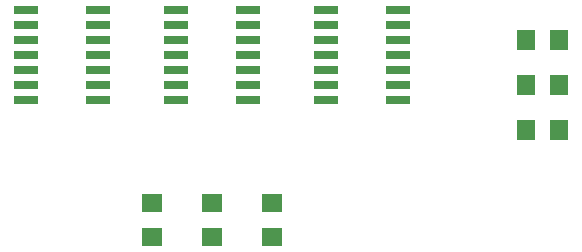
<source format=gtp>
G75*
G70*
%OFA0B0*%
%FSLAX24Y24*%
%IPPOS*%
%LPD*%
%AMOC8*
5,1,8,0,0,1.08239X$1,22.5*
%
%ADD10R,0.0800X0.0260*%
%ADD11R,0.0630X0.0709*%
%ADD12R,0.0709X0.0630*%
D10*
X012891Y006105D03*
X012891Y006605D03*
X012891Y007105D03*
X012891Y007605D03*
X012891Y008105D03*
X012891Y008605D03*
X012891Y009105D03*
X015311Y009105D03*
X015311Y008605D03*
X015311Y008105D03*
X015311Y007605D03*
X015311Y007105D03*
X015311Y006605D03*
X015311Y006105D03*
X017891Y006105D03*
X017891Y006605D03*
X017891Y007105D03*
X017891Y007605D03*
X017891Y008105D03*
X017891Y008605D03*
X017891Y009105D03*
X020311Y009105D03*
X020311Y008605D03*
X020311Y008105D03*
X020311Y007605D03*
X020311Y007105D03*
X020311Y006605D03*
X020311Y006105D03*
X022891Y006105D03*
X022891Y006605D03*
X022891Y007105D03*
X022891Y007605D03*
X022891Y008105D03*
X022891Y008605D03*
X022891Y009105D03*
X025311Y009105D03*
X025311Y008605D03*
X025311Y008105D03*
X025311Y007605D03*
X025311Y007105D03*
X025311Y006605D03*
X025311Y006105D03*
D11*
X029550Y006605D03*
X030652Y006605D03*
X030652Y008105D03*
X029550Y008105D03*
X029550Y005105D03*
X030652Y005105D03*
D12*
X021101Y002656D03*
X021101Y001554D03*
X019101Y001554D03*
X019101Y002656D03*
X017101Y002656D03*
X017101Y001554D03*
M02*

</source>
